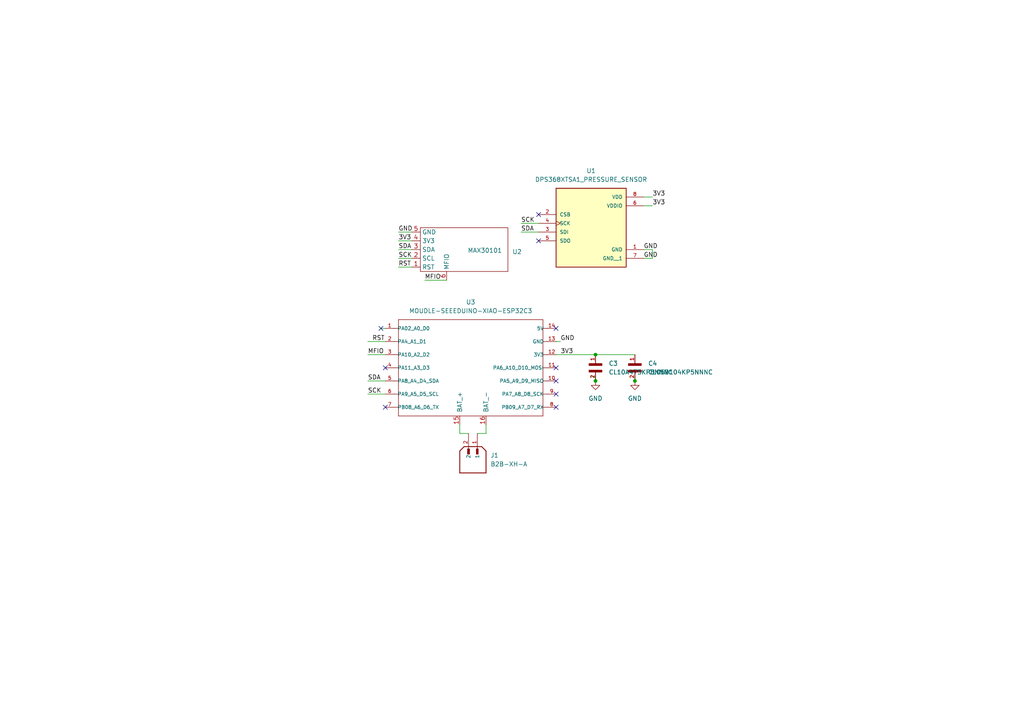
<source format=kicad_sch>
(kicad_sch (version 20231120) (generator "eeschema") (generator_version "8.0")
  (paper "A4")
  (lib_symbols
    (symbol "CDD_Library_Updated:B2B-XH-A" (pin_names (offset 1.016))
      (property "Reference" "J" (at -2.54 6.35 0))
      (property "Value" "B2B-XH-A" (at -2.54 -5.08 0))
      (symbol "B2B-XH-A_0_0"
        (rectangle (start -3.175 -0.3175) (end -1.5875 0.3175) (stroke (width 0.1)) (fill (type outline)))
        (rectangle (start -3.175 2.2225) (end -1.5875 2.8575) (stroke (width 0.1)) (fill (type outline)))
        (polyline (pts (xy -3.81 -1.27) (xy -2.54 -2.54)) (stroke (width 0.254)))
        (polyline (pts (xy -3.81 3.81) (xy -3.81 -1.27)) (stroke (width 0.254)))
        (polyline (pts (xy -3.81 3.81) (xy -2.54 5.08)) (stroke (width 0.254)))
        (polyline (pts (xy -2.54 -2.54) (xy 3.81 -2.54)) (stroke (width 0.254)))
        (polyline (pts (xy 3.81 -2.54) (xy 3.81 5.08)) (stroke (width 0.254)))
        (polyline (pts (xy 3.81 5.08) (xy -2.54 5.08)) (stroke (width 0.254)))
        (pin passive line (at -7.62 2.54 0) (length 5.08) (name "1") (number "1"))
        (pin passive line (at -7.62 0 0) (length 5.08) (name "2") (number "2"))
      )
    )
    (symbol "CDD_Library_Updated:CL05B104KP5NNNC" (pin_names (offset 1.016))
      (property "Reference" "C" (at 0 3.81 0))
      (property "Value" "CL05B104KP5NNNC" (at 0 -5.08 0))
      (symbol "CL05B104KP5NNNC_0_0"
        (rectangle (start 0 -1.905) (end 0.635 1.905) (stroke (width 0.1)) (fill (type outline)))
        (rectangle (start 1.905 -1.905) (end 2.54 1.905) (stroke (width 0.1)) (fill (type outline)))
        (pin passive line (at 5.08 0 180) (length 2.54) (name "~") (number "1"))
        (pin passive line (at -2.54 0 0) (length 2.54) (name "~") (number "2"))
      )
    )
    (symbol "CDD_Library_Updated:CL10A475KP8NNNC" (pin_names (offset 1.016))
      (property "Reference" "C" (at 0 3.81 0))
      (property "Value" "CL10A475KP8NNNC" (at 0 -5.08 0))
      (symbol "CL10A475KP8NNNC_0_0"
        (rectangle (start 0 -1.905) (end 0.635 1.905) (stroke (width 0.1)) (fill (type outline)))
        (rectangle (start 1.905 -1.905) (end 2.54 1.905) (stroke (width 0.1)) (fill (type outline)))
        (pin passive line (at 5.08 0 180) (length 2.54) (name "~") (number "1"))
        (pin passive line (at -2.54 0 0) (length 2.54) (name "~") (number "2"))
      )
    )
    (symbol "CDD_Library_Updated:DPS368XTSA1" (pin_names (offset 1.016))
      (property "Reference" "U" (at -10.16 10.922 0))
      (property "Value" "DPS368XTSA1" (at -10.16 -15.24 0))
      (symbol "DPS368XTSA1_0_0"
        (rectangle (start -10.16 -12.7) (end 10.16 10.16) (stroke (width 0.254)) (fill (type background)))
        (pin power_in line (at 15.24 -7.62 180) (length 5.08) (name "GND") (number "1"))
        (pin input line (at -15.24 2.54 0) (length 5.08) (name "CSB") (number "2"))
        (pin input line (at -15.24 -2.54 0) (length 5.08) (name "SDI") (number "3"))
        (pin input clock (at -15.24 0 0) (length 5.08) (name "SCK") (number "4"))
        (pin output line (at -15.24 -5.08 0) (length 5.08) (name "SDO") (number "5"))
        (pin power_in line (at 15.24 5.08 180) (length 5.08) (name "VDDIO") (number "6"))
        (pin power_in line (at 15.24 -10.16 180) (length 5.08) (name "GND__1") (number "7"))
        (pin power_in line (at 15.24 7.62 180) (length 5.08) (name "VDD") (number "8"))
      )
    )
    (symbol "CDD_Library_Updated:MAX30101_PPG_Sensor"
      (property "Reference" "U" (at 0 0 0))
      (symbol "MAX30101_PPG_Sensor_0_1"
        (rectangle (start -12.7 -6.35) (end 12.7 6.35))
      )
      (symbol "MAX30101_PPG_Sensor_1_1"
        (pin input line (at 15.24 5.08 180) (length 2.54) (name "RST") (number "1"))
        (pin input line (at 15.24 2.54 180) (length 2.54) (name "SCL") (number "2"))
        (pin bidirectional line (at 15.24 0 180) (length 2.54) (name "SDA") (number "3"))
        (pin power_in line (at 15.24 -2.54 180) (length 2.54) (name "3V3") (number "4"))
        (pin power_in line (at 15.24 -5.08 180) (length 2.54) (name "GND") (number "5"))
        (pin input line (at 5.08 8.89 270) (length 2.54) (name "MFIO") (number "6"))
      )
    )
    (symbol "CDD_Library_Updated:MOUDLE-SEEEDUINO-XIAO-ESP32C3" (pin_names (offset 1.016))
      (property "Reference" "U3" (at -0.635 19.05 0))
      (property "Value" "MOUDLE-SEEEDUINO-XIAO-ESP32C3" (at -0.635 16.51 0))
      (symbol "MOUDLE-SEEEDUINO-XIAO-ESP32C3_0_0"
        (polyline (pts (xy -21.59 -13.97) (xy -21.59 0)) (stroke (width 0.1524)))
        (polyline (pts (xy -21.59 -11.43) (xy -22.86 -11.43)) (stroke (width 0.1524)))
        (polyline (pts (xy -21.59 -7.62) (xy -22.86 -7.62)) (stroke (width 0.1524)))
        (polyline (pts (xy -21.59 -3.81) (xy -22.86 -3.81)) (stroke (width 0.1524)))
        (polyline (pts (xy -21.59 0) (xy -22.86 0)) (stroke (width 0.1524)))
        (polyline (pts (xy -21.59 0) (xy -21.59 3.81)) (stroke (width 0.1524)))
        (polyline (pts (xy -21.59 3.81) (xy -22.86 3.81)) (stroke (width 0.1524)))
        (polyline (pts (xy -21.59 3.81) (xy -21.59 7.62)) (stroke (width 0.1524)))
        (polyline (pts (xy -21.59 7.62) (xy -22.86 7.62)) (stroke (width 0.1524)))
        (polyline (pts (xy -21.59 7.62) (xy -21.59 11.43)) (stroke (width 0.1524)))
        (polyline (pts (xy -21.59 11.43) (xy -22.86 11.43)) (stroke (width 0.1524)))
        (polyline (pts (xy -21.59 11.43) (xy -21.59 13.97)) (stroke (width 0.1524)))
        (polyline (pts (xy -21.59 13.97) (xy 20.32 13.97)) (stroke (width 0.1524)))
        (polyline (pts (xy 20.32 -13.97) (xy -21.59 -13.97)) (stroke (width 0.1524)))
        (polyline (pts (xy 20.32 3.81) (xy 20.32 -13.97)) (stroke (width 0.1524)))
        (polyline (pts (xy 20.32 7.62) (xy 20.32 3.81)) (stroke (width 0.1524)))
        (polyline (pts (xy 20.32 11.43) (xy 20.32 7.62)) (stroke (width 0.1524)))
        (polyline (pts (xy 20.32 13.97) (xy 20.32 11.43)) (stroke (width 0.1524)))
        (polyline (pts (xy 21.59 -11.43) (xy 20.32 -11.43)) (stroke (width 0.1524)))
        (polyline (pts (xy 21.59 -7.62) (xy 20.32 -7.62)) (stroke (width 0.1524)))
        (polyline (pts (xy 21.59 -3.81) (xy 20.32 -3.81)) (stroke (width 0.1524)))
        (polyline (pts (xy 21.59 0) (xy 20.32 0)) (stroke (width 0.1524)))
        (polyline (pts (xy 21.59 3.81) (xy 20.32 3.81)) (stroke (width 0.1524)))
        (polyline (pts (xy 21.59 7.62) (xy 20.32 7.62)) (stroke (width 0.1524)))
        (polyline (pts (xy 21.59 11.43) (xy 20.32 11.43)) (stroke (width 0.1524)))
        (pin bidirectional line (at -25.4 11.43 0) (length 2.54) (name "PA02_A0_D0") (number "1"))
        (pin bidirectional line (at 24.13 -3.81 180) (length 2.54) (name "PA5_A9_D9_MISO") (number "10"))
        (pin bidirectional line (at 24.13 0 180) (length 2.54) (name "PA6_A10_D10_MOSI") (number "11"))
        (pin bidirectional line (at 24.13 3.81 180) (length 2.54) (name "3V3") (number "12"))
        (pin bidirectional line (at 24.13 7.62 180) (length 2.54) (name "GND") (number "13"))
        (pin bidirectional line (at 24.13 11.43 180) (length 2.54) (name "5V") (number "14"))
        (pin bidirectional line (at -25.4 7.62 0) (length 2.54) (name "PA4_A1_D1") (number "2"))
        (pin bidirectional line (at -25.4 3.81 0) (length 2.54) (name "PA10_A2_D2") (number "3"))
        (pin bidirectional line (at -25.4 0 0) (length 2.54) (name "PA11_A3_D3") (number "4"))
        (pin bidirectional line (at -25.4 -3.81 0) (length 2.54) (name "PA8_A4_D4_SDA") (number "5"))
        (pin bidirectional line (at -25.4 -7.62 0) (length 2.54) (name "PA9_A5_D5_SCL") (number "6"))
        (pin bidirectional line (at -25.4 -11.43 0) (length 2.54) (name "PB08_A6_D6_TX") (number "7"))
        (pin bidirectional line (at 24.13 -11.43 180) (length 2.54) (name "PB09_A7_D7_RX") (number "8"))
        (pin bidirectional line (at 24.13 -7.62 180) (length 2.54) (name "PA7_A8_D8_SCK") (number "9"))
      )
      (symbol "MOUDLE-SEEEDUINO-XIAO-ESP32C3_1_1"
        (pin power_in line (at -3.81 -16.51 90) (length 2.54) (name "BAT_+") (number "15"))
        (pin power_in line (at 3.81 -16.51 90) (length 2.54) (name "BAT_-") (number "16"))
      )
    )
    (symbol "power:GND" (power) (pin_numbers hide) (pin_names (offset 0) hide)
      (property "Value" "GND" (at 0 -3.81 0))
      (symbol "GND_0_1"
        (polyline (pts (xy 0 0) (xy 0 -1.27) (xy 1.27 -1.27) (xy 0 -2.54) (xy -1.27 -1.27) (xy 0 -1.27)))
      )
      (symbol "GND_1_1"
        (pin power_in line (at 0 0 270) (length 0) (name "~") (number "1"))
      )
    )
  )
  (junction (at 172.72 102.87))
  (junction (at 184.15 110.49))
  (junction (at 172.72 110.49))
  (no_connect (at 161.29 118.11))
  (no_connect (at 161.29 95.25))
  (no_connect (at 161.29 114.3))
  (no_connect (at 161.29 110.49))
  (no_connect (at 111.76 106.68))
  (no_connect (at 111.76 118.11))
  (no_connect (at 161.29 106.68))
  (no_connect (at 156.21 69.85))
  (no_connect (at 156.21 62.23))
  (no_connect (at 110.49 95.25))
  (wire (pts (xy 189.23 74.93) (xy 189.23 72.39)))
  (wire (pts (xy 106.68 102.87) (xy 111.76 102.87)))
  (wire (pts (xy 161.29 102.87) (xy 172.72 102.87)))
  (wire (pts (xy 106.68 114.3) (xy 111.76 114.3)))
  (wire (pts (xy 172.72 102.87) (xy 184.15 102.87)))
  (wire (pts (xy 123.19 81.28) (xy 129.54 81.28)))
  (wire (pts (xy 106.68 99.06) (xy 111.76 99.06)))
  (wire (pts (xy 186.69 59.69) (xy 189.23 59.69)))
  (wire (pts (xy 138.43 125.73) (xy 140.97 125.73)))
  (wire (pts (xy 151.13 64.77) (xy 156.21 64.77)))
  (wire (pts (xy 162.56 99.06) (xy 161.29 99.06)))
  (wire (pts (xy 106.68 110.49) (xy 111.76 110.49)))
  (wire (pts (xy 115.57 72.39) (xy 119.38 72.39)))
  (wire (pts (xy 140.97 123.19) (xy 140.97 125.73)))
  (wire (pts (xy 111.76 95.25) (xy 110.49 95.25)))
  (wire (pts (xy 133.35 125.73) (xy 135.89 125.73)))
  (wire (pts (xy 151.13 67.31) (xy 156.21 67.31)))
  (wire (pts (xy 172.72 109.22) (xy 171.45 109.22)))
  (wire (pts (xy 186.69 57.15) (xy 189.23 57.15)))
  (wire (pts (xy 115.57 67.31) (xy 119.38 67.31)))
  (wire (pts (xy 133.35 123.19) (xy 133.35 125.73)))
  (wire (pts (xy 184.15 109.22) (xy 184.15 110.49)))
  (wire (pts (xy 115.57 77.47) (xy 119.38 77.47)))
  (wire (pts (xy 115.57 74.93) (xy 119.38 74.93)))
  (wire (pts (xy 189.23 72.39) (xy 186.69 72.39)))
  (wire (pts (xy 172.72 109.22) (xy 172.72 110.49)))
  (wire (pts (xy 119.38 69.85) (xy 115.57 69.85)))
  (wire (pts (xy 186.69 74.93) (xy 189.23 74.93)))
  (label "3V3" (at 115.57 69.85 0))
  (label "3V3" (at 162.56 102.87 0))
  (label "GND" (at 186.69 72.39 0))
  (label "RST" (at 107.95 99.06 0))
  (label "SDA" (at 151.13 67.31 0))
  (label "SDA" (at 106.68 110.49 0))
  (label "SDA" (at 115.57 72.39 0))
  (label "GND" (at 186.69 74.93 0))
  (label "SCK" (at 151.13 64.77 0))
  (label "SCK" (at 115.57 74.93 0))
  (label "GND" (at 115.57 67.31 0))
  (label "3V3" (at 189.23 57.15 0))
  (label "3V3" (at 189.23 59.69 0))
  (label "MFIO" (at 106.68 102.87 0))
  (label "RST" (at 115.57 77.47 0))
  (label "SCK" (at 106.68 114.3 0))
  (label "GND" (at 162.56 99.06 0))
  (label "MFIO" (at 123.19 81.28 0))
  (symbol (lib_id "CDD_Library_Updated:MOUDLE-SEEEDUINO-XIAO-ESP32C3") (at 137.16 106.68 0) (unit 1)
    (property "Reference" "U3" (at 136.525 87.63 0))
    (property "Value" "MOUDLE-SEEEDUINO-XIAO-ESP32C3" (at 136.525 90.17 0))
    (property "Footprint" "CDD Updated:MOUDLE14P-SMD-2.54-21X17.8MM" (effects (hide yes)))
  )
  (symbol (lib_id "power:GND") (at 184.15 110.49 0) (unit 1)
    (property "Reference" "#PWR02" (effects (hide yes)))
    (property "Value" "GND" (at 184.15 115.57 0))
    (property "Description" "Power symbol creates a global label with name \"GND\" , ground" (effects (hide yes)))
  )
  (symbol (lib_id "power:GND") (at 172.72 110.49 0) (unit 1)
    (property "Reference" "#PWR01" (effects (hide yes)))
    (property "Value" "GND" (at 172.72 115.57 0))
    (property "Description" "Power symbol creates a global label with name \"GND\" , ground" (effects (hide yes)))
  )
  (symbol (lib_id "CDD_Library_Updated:CL10A475KP8NNNC") (at 172.72 107.95 90) (unit 1)
    (property "Reference" "C3" (at 176.53 105.4099 90) (effects (justify right)))
    (property "Value" "CL10A475KP8NNNC" (at 176.53 107.9499 90) (effects (justify right)))
    (property "Footprint" "CDD Updated:CAPC1608X90N_47uF" (effects (hide yes)))
  )
  (symbol (lib_id "CDD_Library_Updated:MAX30101_PPG_Sensor") (at 134.62 72.39 180) (unit 1)
    (property "Reference" "U2" (at 148.59 73.0251 0) (effects (justify right)))
    (property "Value" "MAX30101" (at 135.636 72.644 0) (effects (justify right)))
    (property "Footprint" "CDD Updated:MAX30101_PPG_Sensor" (effects (hide yes)))
  )
  (symbol (lib_id "CDD_Library_Updated:DPS368XTSA1") (at 171.45 64.77 0) (unit 1)
    (property "Reference" "U1" (at 171.45 49.53 0))
    (property "Value" "DPS368XTSA1_PRESSURE_SENSOR" (at 171.45 52.07 0))
    (property "Footprint" "CDD Updated:XDCR_DPS368XTSA1_Pressure_Sensor" (effects (hide yes)))
    (property "Description" "Package dimensions: 8-pin LGA, 2.0 x 2.5 x 1.1 mm3 | Operation range: Pressure: 3001200 hPa Temperature: -4085C | Precision: 0.002 hPa _or 0.02 m_ | Rel. accuracy: 0.06 hPa _or 0.5 m_ | Abs. accuracy: 1 hPa _or 8 m_ | Temperature accuracy: 0.5C | Avg. current consumption: 1.7 A_pressure measurement_ @1Hzsampling rate, standby: 0.5 A. | Integrated FIFO | Interface: I2C and SPI_both with optional interrupt_" (effects (hide yes)))
    (property "MF" "Infineon Technologies" (effects (hide yes)))
    (property "PACKAGE" "VFLGA-8 Infineon Technologies" (effects (hide yes)))
    (property "PRICE" "None" (effects (hide yes)))
    (property "MP" "DPS368XTSA1" (effects (hide yes)))
    (property "AVAILABILITY" "Unavailable" (effects (hide yes)))
  )
  (symbol (lib_id "CDD_Library_Updated:CL05B104KP5NNNC") (at 184.15 107.95 90) (unit 1)
    (property "Reference" "C4" (at 187.96 105.4099 90) (effects (justify right)))
    (property "Value" "CL05B104KP5NNNC" (at 187.96 107.9499 90) (effects (justify right)))
    (property "Footprint" "CDD Updated:CAPC1005X55N_0.1NF" (effects (hide yes)))
  )
  (symbol (lib_id "CDD_Library_Updated:B2B-XH-A") (at 135.89 133.35 270) (unit 1)
    (property "Reference" "J1" (at 142.24 132.0799 90) (effects (justify left)))
    (property "Value" "B2B-XH-A" (at 142.24 134.6199 90) (effects (justify left)))
    (property "Footprint" "CDD Updated:JST_B2B-XH-A" (effects (hide yes)))
    (property "PARTREV" "N/A" (effects (hide yes)))
    (property "STANDARD" "Manufacturer Recommendations" (effects (hide yes)))
    (property "MAXIMUM_PACKAGE_HEIGHT" "7 mm" (effects (hide yes)))
    (property "MANUFACTURER" "JST Sales America Inc." (effects (hide yes)))
  )
)
</source>
